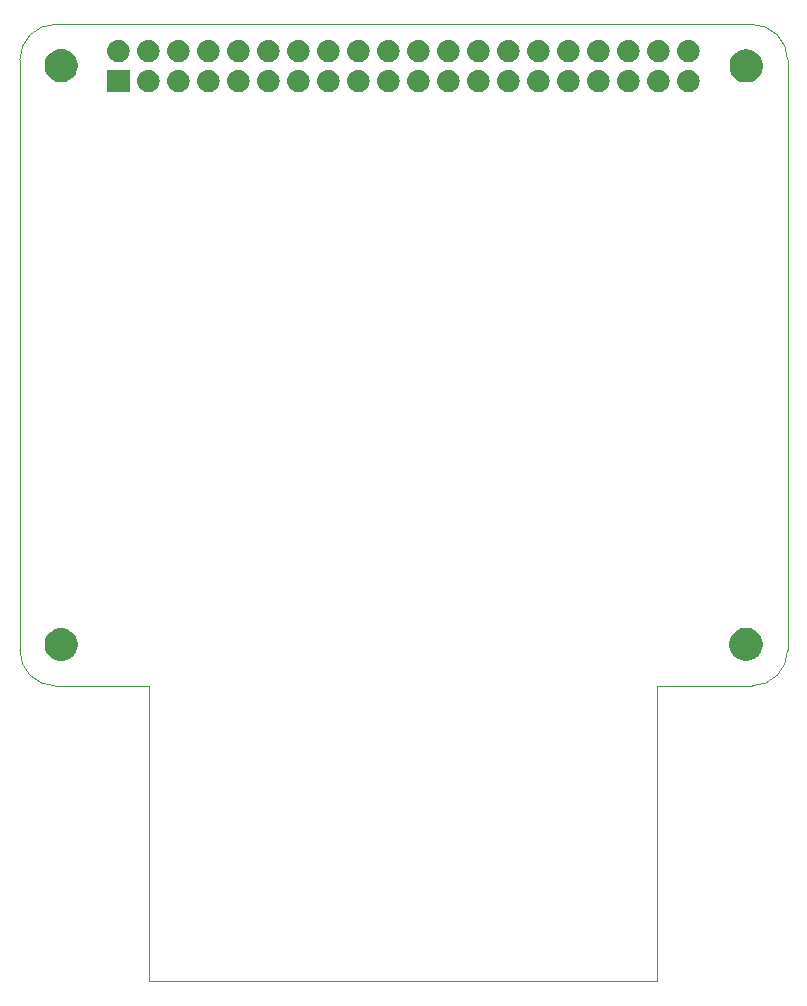
<source format=gbr>
G04 #@! TF.GenerationSoftware,KiCad,Pcbnew,5.0.2-bee76a0~70~ubuntu18.04.1*
G04 #@! TF.CreationDate,2019-08-06T12:18:04+01:00*
G04 #@! TF.ProjectId,LoRa-hat,4c6f5261-2d68-4617-942e-6b696361645f,rev?*
G04 #@! TF.SameCoordinates,Original*
G04 #@! TF.FileFunction,Soldermask,Bot*
G04 #@! TF.FilePolarity,Negative*
%FSLAX46Y46*%
G04 Gerber Fmt 4.6, Leading zero omitted, Abs format (unit mm)*
G04 Created by KiCad (PCBNEW 5.0.2-bee76a0~70~ubuntu18.04.1) date Tue 06 Aug 2019 12:18:04 BST*
%MOMM*%
%LPD*%
G01*
G04 APERTURE LIST*
%ADD10C,0.100000*%
G04 APERTURE END LIST*
D10*
X89500000Y-116820000D02*
X89500000Y-141840000D01*
X132500000Y-141850000D02*
X89500000Y-141840000D01*
X132500000Y-116830000D02*
X132500000Y-141850000D01*
X132500000Y-116830000D02*
X140546356Y-116830000D01*
X81530000Y-116820000D02*
X89500000Y-116820000D01*
X81546356Y-116817611D02*
G75*
G02X78546356Y-113817611I0J3000000D01*
G01*
X143546351Y-113822847D02*
G75*
G02X140546356Y-116817611I-2999995J5236D01*
G01*
X78546356Y-63817611D02*
X78546356Y-113817611D01*
X78546356Y-63817611D02*
G75*
G02X81546356Y-60817611I3000000J0D01*
G01*
X140546356Y-60817611D02*
X81546356Y-60817611D01*
X140546356Y-60817611D02*
G75*
G02X143546356Y-63817611I0J-3000000D01*
G01*
X143546356Y-113817611D02*
X143546356Y-63817611D01*
G36*
X82313126Y-111946900D02*
X82448365Y-111973801D01*
X82628523Y-112048425D01*
X82679005Y-112069335D01*
X82703149Y-112079336D01*
X82917482Y-112222549D01*
X82932451Y-112232551D01*
X83127449Y-112427549D01*
X83127451Y-112427552D01*
X83280664Y-112656851D01*
X83382057Y-112901635D01*
X83386199Y-112911636D01*
X83440000Y-113182111D01*
X83440000Y-113457889D01*
X83386199Y-113728364D01*
X83280665Y-113983147D01*
X83127449Y-114212451D01*
X82932451Y-114407449D01*
X82932448Y-114407451D01*
X82703149Y-114560664D01*
X82448365Y-114666199D01*
X82313127Y-114693099D01*
X82177889Y-114720000D01*
X81902111Y-114720000D01*
X81766873Y-114693099D01*
X81631635Y-114666199D01*
X81376851Y-114560664D01*
X81147552Y-114407451D01*
X81147549Y-114407449D01*
X80952551Y-114212451D01*
X80799335Y-113983147D01*
X80693801Y-113728364D01*
X80640000Y-113457889D01*
X80640000Y-113182111D01*
X80693801Y-112911636D01*
X80697944Y-112901635D01*
X80799336Y-112656851D01*
X80952549Y-112427552D01*
X80952551Y-112427549D01*
X81147549Y-112232551D01*
X81162518Y-112222549D01*
X81376851Y-112079336D01*
X81400996Y-112069335D01*
X81451477Y-112048425D01*
X81631635Y-111973801D01*
X81766874Y-111946900D01*
X81902111Y-111920000D01*
X82177889Y-111920000D01*
X82313126Y-111946900D01*
X82313126Y-111946900D01*
G37*
G36*
X140218162Y-111920000D02*
X140438365Y-111963801D01*
X140693149Y-112069336D01*
X140708115Y-112079336D01*
X140922451Y-112222551D01*
X141117449Y-112417549D01*
X141117451Y-112417552D01*
X141270664Y-112646851D01*
X141376199Y-112901635D01*
X141430000Y-113172112D01*
X141430000Y-113447888D01*
X141376199Y-113718365D01*
X141270664Y-113973149D01*
X141263982Y-113983149D01*
X141117449Y-114202451D01*
X140922451Y-114397449D01*
X140922448Y-114397451D01*
X140693149Y-114550664D01*
X140693148Y-114550665D01*
X140693147Y-114550665D01*
X140618523Y-114581575D01*
X140438365Y-114656199D01*
X140388091Y-114666199D01*
X140167889Y-114710000D01*
X139892111Y-114710000D01*
X139671909Y-114666199D01*
X139621635Y-114656199D01*
X139441477Y-114581575D01*
X139366853Y-114550665D01*
X139366852Y-114550665D01*
X139366851Y-114550664D01*
X139137552Y-114397451D01*
X139137549Y-114397449D01*
X138942551Y-114202451D01*
X138796018Y-113983149D01*
X138789336Y-113973149D01*
X138683801Y-113718365D01*
X138630000Y-113447888D01*
X138630000Y-113172112D01*
X138683801Y-112901635D01*
X138789336Y-112646851D01*
X138942549Y-112417552D01*
X138942551Y-112417549D01*
X139137549Y-112222551D01*
X139351885Y-112079336D01*
X139366851Y-112069336D01*
X139621635Y-111963801D01*
X139841838Y-111920000D01*
X139892111Y-111910000D01*
X140167889Y-111910000D01*
X140218162Y-111920000D01*
X140218162Y-111920000D01*
G37*
G36*
X127646448Y-64666873D02*
X127716232Y-64673746D01*
X127805770Y-64700907D01*
X127895309Y-64728068D01*
X128060347Y-64816283D01*
X128205001Y-64934999D01*
X128323717Y-65079653D01*
X128411932Y-65244691D01*
X128411932Y-65244692D01*
X128464338Y-65417451D01*
X128466254Y-65423769D01*
X128484596Y-65610000D01*
X128466254Y-65796231D01*
X128411932Y-65975309D01*
X128323717Y-66140347D01*
X128205001Y-66285001D01*
X128060347Y-66403717D01*
X127895309Y-66491932D01*
X127805770Y-66519093D01*
X127716232Y-66546254D01*
X127646448Y-66553127D01*
X127576666Y-66560000D01*
X127483334Y-66560000D01*
X127413552Y-66553127D01*
X127343768Y-66546254D01*
X127254230Y-66519093D01*
X127164691Y-66491932D01*
X126999653Y-66403717D01*
X126854999Y-66285001D01*
X126736283Y-66140347D01*
X126648068Y-65975309D01*
X126593746Y-65796231D01*
X126575404Y-65610000D01*
X126593746Y-65423769D01*
X126595663Y-65417451D01*
X126648068Y-65244692D01*
X126648068Y-65244691D01*
X126736283Y-65079653D01*
X126854999Y-64934999D01*
X126999653Y-64816283D01*
X127164691Y-64728068D01*
X127254230Y-64700907D01*
X127343768Y-64673746D01*
X127413552Y-64666873D01*
X127483334Y-64660000D01*
X127576666Y-64660000D01*
X127646448Y-64666873D01*
X127646448Y-64666873D01*
G37*
G36*
X132726448Y-64666873D02*
X132796232Y-64673746D01*
X132885770Y-64700907D01*
X132975309Y-64728068D01*
X133140347Y-64816283D01*
X133285001Y-64934999D01*
X133403717Y-65079653D01*
X133491932Y-65244691D01*
X133491932Y-65244692D01*
X133544338Y-65417451D01*
X133546254Y-65423769D01*
X133564596Y-65610000D01*
X133546254Y-65796231D01*
X133491932Y-65975309D01*
X133403717Y-66140347D01*
X133285001Y-66285001D01*
X133140347Y-66403717D01*
X132975309Y-66491932D01*
X132885770Y-66519093D01*
X132796232Y-66546254D01*
X132726448Y-66553127D01*
X132656666Y-66560000D01*
X132563334Y-66560000D01*
X132493552Y-66553127D01*
X132423768Y-66546254D01*
X132334230Y-66519093D01*
X132244691Y-66491932D01*
X132079653Y-66403717D01*
X131934999Y-66285001D01*
X131816283Y-66140347D01*
X131728068Y-65975309D01*
X131673746Y-65796231D01*
X131655404Y-65610000D01*
X131673746Y-65423769D01*
X131675663Y-65417451D01*
X131728068Y-65244692D01*
X131728068Y-65244691D01*
X131816283Y-65079653D01*
X131934999Y-64934999D01*
X132079653Y-64816283D01*
X132244691Y-64728068D01*
X132334230Y-64700907D01*
X132423768Y-64673746D01*
X132493552Y-64666873D01*
X132563334Y-64660000D01*
X132656666Y-64660000D01*
X132726448Y-64666873D01*
X132726448Y-64666873D01*
G37*
G36*
X135266448Y-64666873D02*
X135336232Y-64673746D01*
X135425770Y-64700907D01*
X135515309Y-64728068D01*
X135680347Y-64816283D01*
X135825001Y-64934999D01*
X135943717Y-65079653D01*
X136031932Y-65244691D01*
X136031932Y-65244692D01*
X136084338Y-65417451D01*
X136086254Y-65423769D01*
X136104596Y-65610000D01*
X136086254Y-65796231D01*
X136031932Y-65975309D01*
X135943717Y-66140347D01*
X135825001Y-66285001D01*
X135680347Y-66403717D01*
X135515309Y-66491932D01*
X135425770Y-66519093D01*
X135336232Y-66546254D01*
X135266448Y-66553127D01*
X135196666Y-66560000D01*
X135103334Y-66560000D01*
X135033552Y-66553127D01*
X134963768Y-66546254D01*
X134874230Y-66519093D01*
X134784691Y-66491932D01*
X134619653Y-66403717D01*
X134474999Y-66285001D01*
X134356283Y-66140347D01*
X134268068Y-65975309D01*
X134213746Y-65796231D01*
X134195404Y-65610000D01*
X134213746Y-65423769D01*
X134215663Y-65417451D01*
X134268068Y-65244692D01*
X134268068Y-65244691D01*
X134356283Y-65079653D01*
X134474999Y-64934999D01*
X134619653Y-64816283D01*
X134784691Y-64728068D01*
X134874230Y-64700907D01*
X134963768Y-64673746D01*
X135033552Y-64666873D01*
X135103334Y-64660000D01*
X135196666Y-64660000D01*
X135266448Y-64666873D01*
X135266448Y-64666873D01*
G37*
G36*
X87840000Y-66560000D02*
X85940000Y-66560000D01*
X85940000Y-64660000D01*
X87840000Y-64660000D01*
X87840000Y-66560000D01*
X87840000Y-66560000D01*
G37*
G36*
X89546448Y-64666873D02*
X89616232Y-64673746D01*
X89705770Y-64700907D01*
X89795309Y-64728068D01*
X89960347Y-64816283D01*
X90105001Y-64934999D01*
X90223717Y-65079653D01*
X90311932Y-65244691D01*
X90311932Y-65244692D01*
X90364338Y-65417451D01*
X90366254Y-65423769D01*
X90384596Y-65610000D01*
X90366254Y-65796231D01*
X90311932Y-65975309D01*
X90223717Y-66140347D01*
X90105001Y-66285001D01*
X89960347Y-66403717D01*
X89795309Y-66491932D01*
X89705770Y-66519093D01*
X89616232Y-66546254D01*
X89546448Y-66553127D01*
X89476666Y-66560000D01*
X89383334Y-66560000D01*
X89313552Y-66553127D01*
X89243768Y-66546254D01*
X89154230Y-66519093D01*
X89064691Y-66491932D01*
X88899653Y-66403717D01*
X88754999Y-66285001D01*
X88636283Y-66140347D01*
X88548068Y-65975309D01*
X88493746Y-65796231D01*
X88475404Y-65610000D01*
X88493746Y-65423769D01*
X88495663Y-65417451D01*
X88548068Y-65244692D01*
X88548068Y-65244691D01*
X88636283Y-65079653D01*
X88754999Y-64934999D01*
X88899653Y-64816283D01*
X89064691Y-64728068D01*
X89154230Y-64700907D01*
X89243768Y-64673746D01*
X89313552Y-64666873D01*
X89383334Y-64660000D01*
X89476666Y-64660000D01*
X89546448Y-64666873D01*
X89546448Y-64666873D01*
G37*
G36*
X92086448Y-64666873D02*
X92156232Y-64673746D01*
X92245770Y-64700907D01*
X92335309Y-64728068D01*
X92500347Y-64816283D01*
X92645001Y-64934999D01*
X92763717Y-65079653D01*
X92851932Y-65244691D01*
X92851932Y-65244692D01*
X92904338Y-65417451D01*
X92906254Y-65423769D01*
X92924596Y-65610000D01*
X92906254Y-65796231D01*
X92851932Y-65975309D01*
X92763717Y-66140347D01*
X92645001Y-66285001D01*
X92500347Y-66403717D01*
X92335309Y-66491932D01*
X92245770Y-66519093D01*
X92156232Y-66546254D01*
X92086448Y-66553127D01*
X92016666Y-66560000D01*
X91923334Y-66560000D01*
X91853552Y-66553127D01*
X91783768Y-66546254D01*
X91694230Y-66519093D01*
X91604691Y-66491932D01*
X91439653Y-66403717D01*
X91294999Y-66285001D01*
X91176283Y-66140347D01*
X91088068Y-65975309D01*
X91033746Y-65796231D01*
X91015404Y-65610000D01*
X91033746Y-65423769D01*
X91035663Y-65417451D01*
X91088068Y-65244692D01*
X91088068Y-65244691D01*
X91176283Y-65079653D01*
X91294999Y-64934999D01*
X91439653Y-64816283D01*
X91604691Y-64728068D01*
X91694230Y-64700907D01*
X91783768Y-64673746D01*
X91853552Y-64666873D01*
X91923334Y-64660000D01*
X92016666Y-64660000D01*
X92086448Y-64666873D01*
X92086448Y-64666873D01*
G37*
G36*
X94626448Y-64666873D02*
X94696232Y-64673746D01*
X94785770Y-64700907D01*
X94875309Y-64728068D01*
X95040347Y-64816283D01*
X95185001Y-64934999D01*
X95303717Y-65079653D01*
X95391932Y-65244691D01*
X95391932Y-65244692D01*
X95444338Y-65417451D01*
X95446254Y-65423769D01*
X95464596Y-65610000D01*
X95446254Y-65796231D01*
X95391932Y-65975309D01*
X95303717Y-66140347D01*
X95185001Y-66285001D01*
X95040347Y-66403717D01*
X94875309Y-66491932D01*
X94785770Y-66519093D01*
X94696232Y-66546254D01*
X94626448Y-66553127D01*
X94556666Y-66560000D01*
X94463334Y-66560000D01*
X94393552Y-66553127D01*
X94323768Y-66546254D01*
X94234230Y-66519093D01*
X94144691Y-66491932D01*
X93979653Y-66403717D01*
X93834999Y-66285001D01*
X93716283Y-66140347D01*
X93628068Y-65975309D01*
X93573746Y-65796231D01*
X93555404Y-65610000D01*
X93573746Y-65423769D01*
X93575663Y-65417451D01*
X93628068Y-65244692D01*
X93628068Y-65244691D01*
X93716283Y-65079653D01*
X93834999Y-64934999D01*
X93979653Y-64816283D01*
X94144691Y-64728068D01*
X94234230Y-64700907D01*
X94323768Y-64673746D01*
X94393552Y-64666873D01*
X94463334Y-64660000D01*
X94556666Y-64660000D01*
X94626448Y-64666873D01*
X94626448Y-64666873D01*
G37*
G36*
X97166448Y-64666873D02*
X97236232Y-64673746D01*
X97325770Y-64700907D01*
X97415309Y-64728068D01*
X97580347Y-64816283D01*
X97725001Y-64934999D01*
X97843717Y-65079653D01*
X97931932Y-65244691D01*
X97931932Y-65244692D01*
X97984338Y-65417451D01*
X97986254Y-65423769D01*
X98004596Y-65610000D01*
X97986254Y-65796231D01*
X97931932Y-65975309D01*
X97843717Y-66140347D01*
X97725001Y-66285001D01*
X97580347Y-66403717D01*
X97415309Y-66491932D01*
X97325770Y-66519093D01*
X97236232Y-66546254D01*
X97166448Y-66553127D01*
X97096666Y-66560000D01*
X97003334Y-66560000D01*
X96933552Y-66553127D01*
X96863768Y-66546254D01*
X96774230Y-66519093D01*
X96684691Y-66491932D01*
X96519653Y-66403717D01*
X96374999Y-66285001D01*
X96256283Y-66140347D01*
X96168068Y-65975309D01*
X96113746Y-65796231D01*
X96095404Y-65610000D01*
X96113746Y-65423769D01*
X96115663Y-65417451D01*
X96168068Y-65244692D01*
X96168068Y-65244691D01*
X96256283Y-65079653D01*
X96374999Y-64934999D01*
X96519653Y-64816283D01*
X96684691Y-64728068D01*
X96774230Y-64700907D01*
X96863768Y-64673746D01*
X96933552Y-64666873D01*
X97003334Y-64660000D01*
X97096666Y-64660000D01*
X97166448Y-64666873D01*
X97166448Y-64666873D01*
G37*
G36*
X99706448Y-64666873D02*
X99776232Y-64673746D01*
X99865770Y-64700907D01*
X99955309Y-64728068D01*
X100120347Y-64816283D01*
X100265001Y-64934999D01*
X100383717Y-65079653D01*
X100471932Y-65244691D01*
X100471932Y-65244692D01*
X100524338Y-65417451D01*
X100526254Y-65423769D01*
X100544596Y-65610000D01*
X100526254Y-65796231D01*
X100471932Y-65975309D01*
X100383717Y-66140347D01*
X100265001Y-66285001D01*
X100120347Y-66403717D01*
X99955309Y-66491932D01*
X99865770Y-66519093D01*
X99776232Y-66546254D01*
X99706448Y-66553127D01*
X99636666Y-66560000D01*
X99543334Y-66560000D01*
X99473552Y-66553127D01*
X99403768Y-66546254D01*
X99314230Y-66519093D01*
X99224691Y-66491932D01*
X99059653Y-66403717D01*
X98914999Y-66285001D01*
X98796283Y-66140347D01*
X98708068Y-65975309D01*
X98653746Y-65796231D01*
X98635404Y-65610000D01*
X98653746Y-65423769D01*
X98655663Y-65417451D01*
X98708068Y-65244692D01*
X98708068Y-65244691D01*
X98796283Y-65079653D01*
X98914999Y-64934999D01*
X99059653Y-64816283D01*
X99224691Y-64728068D01*
X99314230Y-64700907D01*
X99403768Y-64673746D01*
X99473552Y-64666873D01*
X99543334Y-64660000D01*
X99636666Y-64660000D01*
X99706448Y-64666873D01*
X99706448Y-64666873D01*
G37*
G36*
X130186448Y-64666873D02*
X130256232Y-64673746D01*
X130345770Y-64700907D01*
X130435309Y-64728068D01*
X130600347Y-64816283D01*
X130745001Y-64934999D01*
X130863717Y-65079653D01*
X130951932Y-65244691D01*
X130951932Y-65244692D01*
X131004338Y-65417451D01*
X131006254Y-65423769D01*
X131024596Y-65610000D01*
X131006254Y-65796231D01*
X130951932Y-65975309D01*
X130863717Y-66140347D01*
X130745001Y-66285001D01*
X130600347Y-66403717D01*
X130435309Y-66491932D01*
X130345770Y-66519093D01*
X130256232Y-66546254D01*
X130186448Y-66553127D01*
X130116666Y-66560000D01*
X130023334Y-66560000D01*
X129953552Y-66553127D01*
X129883768Y-66546254D01*
X129794230Y-66519093D01*
X129704691Y-66491932D01*
X129539653Y-66403717D01*
X129394999Y-66285001D01*
X129276283Y-66140347D01*
X129188068Y-65975309D01*
X129133746Y-65796231D01*
X129115404Y-65610000D01*
X129133746Y-65423769D01*
X129135663Y-65417451D01*
X129188068Y-65244692D01*
X129188068Y-65244691D01*
X129276283Y-65079653D01*
X129394999Y-64934999D01*
X129539653Y-64816283D01*
X129704691Y-64728068D01*
X129794230Y-64700907D01*
X129883768Y-64673746D01*
X129953552Y-64666873D01*
X130023334Y-64660000D01*
X130116666Y-64660000D01*
X130186448Y-64666873D01*
X130186448Y-64666873D01*
G37*
G36*
X104786448Y-64666873D02*
X104856232Y-64673746D01*
X104945770Y-64700907D01*
X105035309Y-64728068D01*
X105200347Y-64816283D01*
X105345001Y-64934999D01*
X105463717Y-65079653D01*
X105551932Y-65244691D01*
X105551932Y-65244692D01*
X105604338Y-65417451D01*
X105606254Y-65423769D01*
X105624596Y-65610000D01*
X105606254Y-65796231D01*
X105551932Y-65975309D01*
X105463717Y-66140347D01*
X105345001Y-66285001D01*
X105200347Y-66403717D01*
X105035309Y-66491932D01*
X104945770Y-66519093D01*
X104856232Y-66546254D01*
X104786448Y-66553127D01*
X104716666Y-66560000D01*
X104623334Y-66560000D01*
X104553552Y-66553127D01*
X104483768Y-66546254D01*
X104394230Y-66519093D01*
X104304691Y-66491932D01*
X104139653Y-66403717D01*
X103994999Y-66285001D01*
X103876283Y-66140347D01*
X103788068Y-65975309D01*
X103733746Y-65796231D01*
X103715404Y-65610000D01*
X103733746Y-65423769D01*
X103735663Y-65417451D01*
X103788068Y-65244692D01*
X103788068Y-65244691D01*
X103876283Y-65079653D01*
X103994999Y-64934999D01*
X104139653Y-64816283D01*
X104304691Y-64728068D01*
X104394230Y-64700907D01*
X104483768Y-64673746D01*
X104553552Y-64666873D01*
X104623334Y-64660000D01*
X104716666Y-64660000D01*
X104786448Y-64666873D01*
X104786448Y-64666873D01*
G37*
G36*
X107326448Y-64666873D02*
X107396232Y-64673746D01*
X107485770Y-64700907D01*
X107575309Y-64728068D01*
X107740347Y-64816283D01*
X107885001Y-64934999D01*
X108003717Y-65079653D01*
X108091932Y-65244691D01*
X108091932Y-65244692D01*
X108144338Y-65417451D01*
X108146254Y-65423769D01*
X108164596Y-65610000D01*
X108146254Y-65796231D01*
X108091932Y-65975309D01*
X108003717Y-66140347D01*
X107885001Y-66285001D01*
X107740347Y-66403717D01*
X107575309Y-66491932D01*
X107485770Y-66519093D01*
X107396232Y-66546254D01*
X107326448Y-66553127D01*
X107256666Y-66560000D01*
X107163334Y-66560000D01*
X107093552Y-66553127D01*
X107023768Y-66546254D01*
X106934230Y-66519093D01*
X106844691Y-66491932D01*
X106679653Y-66403717D01*
X106534999Y-66285001D01*
X106416283Y-66140347D01*
X106328068Y-65975309D01*
X106273746Y-65796231D01*
X106255404Y-65610000D01*
X106273746Y-65423769D01*
X106275663Y-65417451D01*
X106328068Y-65244692D01*
X106328068Y-65244691D01*
X106416283Y-65079653D01*
X106534999Y-64934999D01*
X106679653Y-64816283D01*
X106844691Y-64728068D01*
X106934230Y-64700907D01*
X107023768Y-64673746D01*
X107093552Y-64666873D01*
X107163334Y-64660000D01*
X107256666Y-64660000D01*
X107326448Y-64666873D01*
X107326448Y-64666873D01*
G37*
G36*
X109866448Y-64666873D02*
X109936232Y-64673746D01*
X110025770Y-64700907D01*
X110115309Y-64728068D01*
X110280347Y-64816283D01*
X110425001Y-64934999D01*
X110543717Y-65079653D01*
X110631932Y-65244691D01*
X110631932Y-65244692D01*
X110684338Y-65417451D01*
X110686254Y-65423769D01*
X110704596Y-65610000D01*
X110686254Y-65796231D01*
X110631932Y-65975309D01*
X110543717Y-66140347D01*
X110425001Y-66285001D01*
X110280347Y-66403717D01*
X110115309Y-66491932D01*
X110025770Y-66519093D01*
X109936232Y-66546254D01*
X109866448Y-66553127D01*
X109796666Y-66560000D01*
X109703334Y-66560000D01*
X109633552Y-66553127D01*
X109563768Y-66546254D01*
X109474230Y-66519093D01*
X109384691Y-66491932D01*
X109219653Y-66403717D01*
X109074999Y-66285001D01*
X108956283Y-66140347D01*
X108868068Y-65975309D01*
X108813746Y-65796231D01*
X108795404Y-65610000D01*
X108813746Y-65423769D01*
X108815663Y-65417451D01*
X108868068Y-65244692D01*
X108868068Y-65244691D01*
X108956283Y-65079653D01*
X109074999Y-64934999D01*
X109219653Y-64816283D01*
X109384691Y-64728068D01*
X109474230Y-64700907D01*
X109563768Y-64673746D01*
X109633552Y-64666873D01*
X109703334Y-64660000D01*
X109796666Y-64660000D01*
X109866448Y-64666873D01*
X109866448Y-64666873D01*
G37*
G36*
X112406448Y-64666873D02*
X112476232Y-64673746D01*
X112565770Y-64700907D01*
X112655309Y-64728068D01*
X112820347Y-64816283D01*
X112965001Y-64934999D01*
X113083717Y-65079653D01*
X113171932Y-65244691D01*
X113171932Y-65244692D01*
X113224338Y-65417451D01*
X113226254Y-65423769D01*
X113244596Y-65610000D01*
X113226254Y-65796231D01*
X113171932Y-65975309D01*
X113083717Y-66140347D01*
X112965001Y-66285001D01*
X112820347Y-66403717D01*
X112655309Y-66491932D01*
X112565770Y-66519093D01*
X112476232Y-66546254D01*
X112406448Y-66553127D01*
X112336666Y-66560000D01*
X112243334Y-66560000D01*
X112173552Y-66553127D01*
X112103768Y-66546254D01*
X112014230Y-66519093D01*
X111924691Y-66491932D01*
X111759653Y-66403717D01*
X111614999Y-66285001D01*
X111496283Y-66140347D01*
X111408068Y-65975309D01*
X111353746Y-65796231D01*
X111335404Y-65610000D01*
X111353746Y-65423769D01*
X111355663Y-65417451D01*
X111408068Y-65244692D01*
X111408068Y-65244691D01*
X111496283Y-65079653D01*
X111614999Y-64934999D01*
X111759653Y-64816283D01*
X111924691Y-64728068D01*
X112014230Y-64700907D01*
X112103768Y-64673746D01*
X112173552Y-64666873D01*
X112243334Y-64660000D01*
X112336666Y-64660000D01*
X112406448Y-64666873D01*
X112406448Y-64666873D01*
G37*
G36*
X114946448Y-64666873D02*
X115016232Y-64673746D01*
X115105770Y-64700907D01*
X115195309Y-64728068D01*
X115360347Y-64816283D01*
X115505001Y-64934999D01*
X115623717Y-65079653D01*
X115711932Y-65244691D01*
X115711932Y-65244692D01*
X115764338Y-65417451D01*
X115766254Y-65423769D01*
X115784596Y-65610000D01*
X115766254Y-65796231D01*
X115711932Y-65975309D01*
X115623717Y-66140347D01*
X115505001Y-66285001D01*
X115360347Y-66403717D01*
X115195309Y-66491932D01*
X115105770Y-66519093D01*
X115016232Y-66546254D01*
X114946448Y-66553127D01*
X114876666Y-66560000D01*
X114783334Y-66560000D01*
X114713552Y-66553127D01*
X114643768Y-66546254D01*
X114554230Y-66519093D01*
X114464691Y-66491932D01*
X114299653Y-66403717D01*
X114154999Y-66285001D01*
X114036283Y-66140347D01*
X113948068Y-65975309D01*
X113893746Y-65796231D01*
X113875404Y-65610000D01*
X113893746Y-65423769D01*
X113895663Y-65417451D01*
X113948068Y-65244692D01*
X113948068Y-65244691D01*
X114036283Y-65079653D01*
X114154999Y-64934999D01*
X114299653Y-64816283D01*
X114464691Y-64728068D01*
X114554230Y-64700907D01*
X114643768Y-64673746D01*
X114713552Y-64666873D01*
X114783334Y-64660000D01*
X114876666Y-64660000D01*
X114946448Y-64666873D01*
X114946448Y-64666873D01*
G37*
G36*
X117486448Y-64666873D02*
X117556232Y-64673746D01*
X117645770Y-64700907D01*
X117735309Y-64728068D01*
X117900347Y-64816283D01*
X118045001Y-64934999D01*
X118163717Y-65079653D01*
X118251932Y-65244691D01*
X118251932Y-65244692D01*
X118304338Y-65417451D01*
X118306254Y-65423769D01*
X118324596Y-65610000D01*
X118306254Y-65796231D01*
X118251932Y-65975309D01*
X118163717Y-66140347D01*
X118045001Y-66285001D01*
X117900347Y-66403717D01*
X117735309Y-66491932D01*
X117645770Y-66519093D01*
X117556232Y-66546254D01*
X117486448Y-66553127D01*
X117416666Y-66560000D01*
X117323334Y-66560000D01*
X117253552Y-66553127D01*
X117183768Y-66546254D01*
X117094230Y-66519093D01*
X117004691Y-66491932D01*
X116839653Y-66403717D01*
X116694999Y-66285001D01*
X116576283Y-66140347D01*
X116488068Y-65975309D01*
X116433746Y-65796231D01*
X116415404Y-65610000D01*
X116433746Y-65423769D01*
X116435663Y-65417451D01*
X116488068Y-65244692D01*
X116488068Y-65244691D01*
X116576283Y-65079653D01*
X116694999Y-64934999D01*
X116839653Y-64816283D01*
X117004691Y-64728068D01*
X117094230Y-64700907D01*
X117183768Y-64673746D01*
X117253552Y-64666873D01*
X117323334Y-64660000D01*
X117416666Y-64660000D01*
X117486448Y-64666873D01*
X117486448Y-64666873D01*
G37*
G36*
X120026448Y-64666873D02*
X120096232Y-64673746D01*
X120185770Y-64700907D01*
X120275309Y-64728068D01*
X120440347Y-64816283D01*
X120585001Y-64934999D01*
X120703717Y-65079653D01*
X120791932Y-65244691D01*
X120791932Y-65244692D01*
X120844338Y-65417451D01*
X120846254Y-65423769D01*
X120864596Y-65610000D01*
X120846254Y-65796231D01*
X120791932Y-65975309D01*
X120703717Y-66140347D01*
X120585001Y-66285001D01*
X120440347Y-66403717D01*
X120275309Y-66491932D01*
X120185770Y-66519093D01*
X120096232Y-66546254D01*
X120026448Y-66553127D01*
X119956666Y-66560000D01*
X119863334Y-66560000D01*
X119793552Y-66553127D01*
X119723768Y-66546254D01*
X119634230Y-66519093D01*
X119544691Y-66491932D01*
X119379653Y-66403717D01*
X119234999Y-66285001D01*
X119116283Y-66140347D01*
X119028068Y-65975309D01*
X118973746Y-65796231D01*
X118955404Y-65610000D01*
X118973746Y-65423769D01*
X118975663Y-65417451D01*
X119028068Y-65244692D01*
X119028068Y-65244691D01*
X119116283Y-65079653D01*
X119234999Y-64934999D01*
X119379653Y-64816283D01*
X119544691Y-64728068D01*
X119634230Y-64700907D01*
X119723768Y-64673746D01*
X119793552Y-64666873D01*
X119863334Y-64660000D01*
X119956666Y-64660000D01*
X120026448Y-64666873D01*
X120026448Y-64666873D01*
G37*
G36*
X122566448Y-64666873D02*
X122636232Y-64673746D01*
X122725770Y-64700907D01*
X122815309Y-64728068D01*
X122980347Y-64816283D01*
X123125001Y-64934999D01*
X123243717Y-65079653D01*
X123331932Y-65244691D01*
X123331932Y-65244692D01*
X123384338Y-65417451D01*
X123386254Y-65423769D01*
X123404596Y-65610000D01*
X123386254Y-65796231D01*
X123331932Y-65975309D01*
X123243717Y-66140347D01*
X123125001Y-66285001D01*
X122980347Y-66403717D01*
X122815309Y-66491932D01*
X122725770Y-66519093D01*
X122636232Y-66546254D01*
X122566448Y-66553127D01*
X122496666Y-66560000D01*
X122403334Y-66560000D01*
X122333552Y-66553127D01*
X122263768Y-66546254D01*
X122174230Y-66519093D01*
X122084691Y-66491932D01*
X121919653Y-66403717D01*
X121774999Y-66285001D01*
X121656283Y-66140347D01*
X121568068Y-65975309D01*
X121513746Y-65796231D01*
X121495404Y-65610000D01*
X121513746Y-65423769D01*
X121515663Y-65417451D01*
X121568068Y-65244692D01*
X121568068Y-65244691D01*
X121656283Y-65079653D01*
X121774999Y-64934999D01*
X121919653Y-64816283D01*
X122084691Y-64728068D01*
X122174230Y-64700907D01*
X122263768Y-64673746D01*
X122333552Y-64666873D01*
X122403334Y-64660000D01*
X122496666Y-64660000D01*
X122566448Y-64666873D01*
X122566448Y-64666873D01*
G37*
G36*
X125106448Y-64666873D02*
X125176232Y-64673746D01*
X125265770Y-64700907D01*
X125355309Y-64728068D01*
X125520347Y-64816283D01*
X125665001Y-64934999D01*
X125783717Y-65079653D01*
X125871932Y-65244691D01*
X125871932Y-65244692D01*
X125924338Y-65417451D01*
X125926254Y-65423769D01*
X125944596Y-65610000D01*
X125926254Y-65796231D01*
X125871932Y-65975309D01*
X125783717Y-66140347D01*
X125665001Y-66285001D01*
X125520347Y-66403717D01*
X125355309Y-66491932D01*
X125265770Y-66519093D01*
X125176232Y-66546254D01*
X125106448Y-66553127D01*
X125036666Y-66560000D01*
X124943334Y-66560000D01*
X124873552Y-66553127D01*
X124803768Y-66546254D01*
X124714230Y-66519093D01*
X124624691Y-66491932D01*
X124459653Y-66403717D01*
X124314999Y-66285001D01*
X124196283Y-66140347D01*
X124108068Y-65975309D01*
X124053746Y-65796231D01*
X124035404Y-65610000D01*
X124053746Y-65423769D01*
X124055663Y-65417451D01*
X124108068Y-65244692D01*
X124108068Y-65244691D01*
X124196283Y-65079653D01*
X124314999Y-64934999D01*
X124459653Y-64816283D01*
X124624691Y-64728068D01*
X124714230Y-64700907D01*
X124803768Y-64673746D01*
X124873552Y-64666873D01*
X124943334Y-64660000D01*
X125036666Y-64660000D01*
X125106448Y-64666873D01*
X125106448Y-64666873D01*
G37*
G36*
X102246448Y-64666873D02*
X102316232Y-64673746D01*
X102405770Y-64700907D01*
X102495309Y-64728068D01*
X102660347Y-64816283D01*
X102805001Y-64934999D01*
X102923717Y-65079653D01*
X103011932Y-65244691D01*
X103011932Y-65244692D01*
X103064338Y-65417451D01*
X103066254Y-65423769D01*
X103084596Y-65610000D01*
X103066254Y-65796231D01*
X103011932Y-65975309D01*
X102923717Y-66140347D01*
X102805001Y-66285001D01*
X102660347Y-66403717D01*
X102495309Y-66491932D01*
X102405770Y-66519093D01*
X102316232Y-66546254D01*
X102246448Y-66553127D01*
X102176666Y-66560000D01*
X102083334Y-66560000D01*
X102013552Y-66553127D01*
X101943768Y-66546254D01*
X101854230Y-66519093D01*
X101764691Y-66491932D01*
X101599653Y-66403717D01*
X101454999Y-66285001D01*
X101336283Y-66140347D01*
X101248068Y-65975309D01*
X101193746Y-65796231D01*
X101175404Y-65610000D01*
X101193746Y-65423769D01*
X101195663Y-65417451D01*
X101248068Y-65244692D01*
X101248068Y-65244691D01*
X101336283Y-65079653D01*
X101454999Y-64934999D01*
X101599653Y-64816283D01*
X101764691Y-64728068D01*
X101854230Y-64700907D01*
X101943768Y-64673746D01*
X102013552Y-64666873D01*
X102083334Y-64660000D01*
X102176666Y-64660000D01*
X102246448Y-64666873D01*
X102246448Y-64666873D01*
G37*
G36*
X140313126Y-62956900D02*
X140448365Y-62983801D01*
X140703149Y-63089336D01*
X140902516Y-63222549D01*
X140932451Y-63242551D01*
X141127449Y-63437549D01*
X141127451Y-63437552D01*
X141280664Y-63666851D01*
X141386199Y-63921635D01*
X141440000Y-64192112D01*
X141440000Y-64467888D01*
X141386199Y-64738365D01*
X141353924Y-64816283D01*
X141280665Y-64993147D01*
X141127449Y-65222451D01*
X140932451Y-65417449D01*
X140932448Y-65417451D01*
X140703149Y-65570664D01*
X140448365Y-65676199D01*
X140313126Y-65703100D01*
X140177889Y-65730000D01*
X139902111Y-65730000D01*
X139766874Y-65703100D01*
X139631635Y-65676199D01*
X139376851Y-65570664D01*
X139147552Y-65417451D01*
X139147549Y-65417449D01*
X138952551Y-65222451D01*
X138799335Y-64993147D01*
X138726076Y-64816283D01*
X138693801Y-64738365D01*
X138640000Y-64467888D01*
X138640000Y-64192112D01*
X138693801Y-63921635D01*
X138799336Y-63666851D01*
X138952549Y-63437552D01*
X138952551Y-63437549D01*
X139147549Y-63242551D01*
X139177484Y-63222549D01*
X139376851Y-63089336D01*
X139631635Y-62983801D01*
X139766874Y-62956900D01*
X139902111Y-62930000D01*
X140177889Y-62930000D01*
X140313126Y-62956900D01*
X140313126Y-62956900D01*
G37*
G36*
X82278435Y-62930000D02*
X82448365Y-62963801D01*
X82703149Y-63069336D01*
X82733081Y-63089336D01*
X82932451Y-63222551D01*
X83127449Y-63417549D01*
X83127451Y-63417552D01*
X83280664Y-63646851D01*
X83386199Y-63901635D01*
X83440000Y-64172112D01*
X83440000Y-64447888D01*
X83386199Y-64718365D01*
X83280664Y-64973149D01*
X83267300Y-64993149D01*
X83127449Y-65202451D01*
X82932451Y-65397449D01*
X82932448Y-65397451D01*
X82703149Y-65550664D01*
X82448365Y-65656199D01*
X82347818Y-65676199D01*
X82177889Y-65710000D01*
X81902111Y-65710000D01*
X81732182Y-65676199D01*
X81631635Y-65656199D01*
X81376851Y-65550664D01*
X81147552Y-65397451D01*
X81147549Y-65397449D01*
X80952551Y-65202451D01*
X80812700Y-64993149D01*
X80799336Y-64973149D01*
X80693801Y-64718365D01*
X80640000Y-64447888D01*
X80640000Y-64172112D01*
X80693801Y-63901635D01*
X80799336Y-63646851D01*
X80952549Y-63417552D01*
X80952551Y-63417549D01*
X81147549Y-63222551D01*
X81346919Y-63089336D01*
X81376851Y-63069336D01*
X81631635Y-62963801D01*
X81801565Y-62930000D01*
X81902111Y-62910000D01*
X82177889Y-62910000D01*
X82278435Y-62930000D01*
X82278435Y-62930000D01*
G37*
G36*
X135266448Y-62126873D02*
X135336232Y-62133746D01*
X135425770Y-62160907D01*
X135515309Y-62188068D01*
X135680347Y-62276283D01*
X135825001Y-62394999D01*
X135943717Y-62539653D01*
X136031932Y-62704691D01*
X136086254Y-62883769D01*
X136104596Y-63070000D01*
X136086254Y-63256231D01*
X136031932Y-63435309D01*
X135943717Y-63600347D01*
X135825001Y-63745001D01*
X135680347Y-63863717D01*
X135515309Y-63951932D01*
X135425770Y-63979093D01*
X135336232Y-64006254D01*
X135266448Y-64013127D01*
X135196666Y-64020000D01*
X135103334Y-64020000D01*
X135033552Y-64013127D01*
X134963768Y-64006254D01*
X134874230Y-63979093D01*
X134784691Y-63951932D01*
X134619653Y-63863717D01*
X134474999Y-63745001D01*
X134356283Y-63600347D01*
X134268068Y-63435309D01*
X134213746Y-63256231D01*
X134195404Y-63070000D01*
X134213746Y-62883769D01*
X134268068Y-62704691D01*
X134356283Y-62539653D01*
X134474999Y-62394999D01*
X134619653Y-62276283D01*
X134784691Y-62188068D01*
X134874230Y-62160907D01*
X134963768Y-62133746D01*
X135033552Y-62126873D01*
X135103334Y-62120000D01*
X135196666Y-62120000D01*
X135266448Y-62126873D01*
X135266448Y-62126873D01*
G37*
G36*
X107326448Y-62126873D02*
X107396232Y-62133746D01*
X107485770Y-62160907D01*
X107575309Y-62188068D01*
X107740347Y-62276283D01*
X107885001Y-62394999D01*
X108003717Y-62539653D01*
X108091932Y-62704691D01*
X108146254Y-62883769D01*
X108164596Y-63070000D01*
X108146254Y-63256231D01*
X108091932Y-63435309D01*
X108003717Y-63600347D01*
X107885001Y-63745001D01*
X107740347Y-63863717D01*
X107575309Y-63951932D01*
X107485770Y-63979093D01*
X107396232Y-64006254D01*
X107326448Y-64013127D01*
X107256666Y-64020000D01*
X107163334Y-64020000D01*
X107093552Y-64013127D01*
X107023768Y-64006254D01*
X106934230Y-63979093D01*
X106844691Y-63951932D01*
X106679653Y-63863717D01*
X106534999Y-63745001D01*
X106416283Y-63600347D01*
X106328068Y-63435309D01*
X106273746Y-63256231D01*
X106255404Y-63070000D01*
X106273746Y-62883769D01*
X106328068Y-62704691D01*
X106416283Y-62539653D01*
X106534999Y-62394999D01*
X106679653Y-62276283D01*
X106844691Y-62188068D01*
X106934230Y-62160907D01*
X107023768Y-62133746D01*
X107093552Y-62126873D01*
X107163334Y-62120000D01*
X107256666Y-62120000D01*
X107326448Y-62126873D01*
X107326448Y-62126873D01*
G37*
G36*
X104786448Y-62126873D02*
X104856232Y-62133746D01*
X104945770Y-62160907D01*
X105035309Y-62188068D01*
X105200347Y-62276283D01*
X105345001Y-62394999D01*
X105463717Y-62539653D01*
X105551932Y-62704691D01*
X105606254Y-62883769D01*
X105624596Y-63070000D01*
X105606254Y-63256231D01*
X105551932Y-63435309D01*
X105463717Y-63600347D01*
X105345001Y-63745001D01*
X105200347Y-63863717D01*
X105035309Y-63951932D01*
X104945770Y-63979093D01*
X104856232Y-64006254D01*
X104786448Y-64013127D01*
X104716666Y-64020000D01*
X104623334Y-64020000D01*
X104553552Y-64013127D01*
X104483768Y-64006254D01*
X104394230Y-63979093D01*
X104304691Y-63951932D01*
X104139653Y-63863717D01*
X103994999Y-63745001D01*
X103876283Y-63600347D01*
X103788068Y-63435309D01*
X103733746Y-63256231D01*
X103715404Y-63070000D01*
X103733746Y-62883769D01*
X103788068Y-62704691D01*
X103876283Y-62539653D01*
X103994999Y-62394999D01*
X104139653Y-62276283D01*
X104304691Y-62188068D01*
X104394230Y-62160907D01*
X104483768Y-62133746D01*
X104553552Y-62126873D01*
X104623334Y-62120000D01*
X104716666Y-62120000D01*
X104786448Y-62126873D01*
X104786448Y-62126873D01*
G37*
G36*
X109866448Y-62126873D02*
X109936232Y-62133746D01*
X110025770Y-62160907D01*
X110115309Y-62188068D01*
X110280347Y-62276283D01*
X110425001Y-62394999D01*
X110543717Y-62539653D01*
X110631932Y-62704691D01*
X110686254Y-62883769D01*
X110704596Y-63070000D01*
X110686254Y-63256231D01*
X110631932Y-63435309D01*
X110543717Y-63600347D01*
X110425001Y-63745001D01*
X110280347Y-63863717D01*
X110115309Y-63951932D01*
X110025770Y-63979093D01*
X109936232Y-64006254D01*
X109866448Y-64013127D01*
X109796666Y-64020000D01*
X109703334Y-64020000D01*
X109633552Y-64013127D01*
X109563768Y-64006254D01*
X109474230Y-63979093D01*
X109384691Y-63951932D01*
X109219653Y-63863717D01*
X109074999Y-63745001D01*
X108956283Y-63600347D01*
X108868068Y-63435309D01*
X108813746Y-63256231D01*
X108795404Y-63070000D01*
X108813746Y-62883769D01*
X108868068Y-62704691D01*
X108956283Y-62539653D01*
X109074999Y-62394999D01*
X109219653Y-62276283D01*
X109384691Y-62188068D01*
X109474230Y-62160907D01*
X109563768Y-62133746D01*
X109633552Y-62126873D01*
X109703334Y-62120000D01*
X109796666Y-62120000D01*
X109866448Y-62126873D01*
X109866448Y-62126873D01*
G37*
G36*
X102246448Y-62126873D02*
X102316232Y-62133746D01*
X102405770Y-62160907D01*
X102495309Y-62188068D01*
X102660347Y-62276283D01*
X102805001Y-62394999D01*
X102923717Y-62539653D01*
X103011932Y-62704691D01*
X103066254Y-62883769D01*
X103084596Y-63070000D01*
X103066254Y-63256231D01*
X103011932Y-63435309D01*
X102923717Y-63600347D01*
X102805001Y-63745001D01*
X102660347Y-63863717D01*
X102495309Y-63951932D01*
X102405770Y-63979093D01*
X102316232Y-64006254D01*
X102246448Y-64013127D01*
X102176666Y-64020000D01*
X102083334Y-64020000D01*
X102013552Y-64013127D01*
X101943768Y-64006254D01*
X101854230Y-63979093D01*
X101764691Y-63951932D01*
X101599653Y-63863717D01*
X101454999Y-63745001D01*
X101336283Y-63600347D01*
X101248068Y-63435309D01*
X101193746Y-63256231D01*
X101175404Y-63070000D01*
X101193746Y-62883769D01*
X101248068Y-62704691D01*
X101336283Y-62539653D01*
X101454999Y-62394999D01*
X101599653Y-62276283D01*
X101764691Y-62188068D01*
X101854230Y-62160907D01*
X101943768Y-62133746D01*
X102013552Y-62126873D01*
X102083334Y-62120000D01*
X102176666Y-62120000D01*
X102246448Y-62126873D01*
X102246448Y-62126873D01*
G37*
G36*
X99706448Y-62126873D02*
X99776232Y-62133746D01*
X99865770Y-62160907D01*
X99955309Y-62188068D01*
X100120347Y-62276283D01*
X100265001Y-62394999D01*
X100383717Y-62539653D01*
X100471932Y-62704691D01*
X100526254Y-62883769D01*
X100544596Y-63070000D01*
X100526254Y-63256231D01*
X100471932Y-63435309D01*
X100383717Y-63600347D01*
X100265001Y-63745001D01*
X100120347Y-63863717D01*
X99955309Y-63951932D01*
X99865770Y-63979093D01*
X99776232Y-64006254D01*
X99706448Y-64013127D01*
X99636666Y-64020000D01*
X99543334Y-64020000D01*
X99473552Y-64013127D01*
X99403768Y-64006254D01*
X99314230Y-63979093D01*
X99224691Y-63951932D01*
X99059653Y-63863717D01*
X98914999Y-63745001D01*
X98796283Y-63600347D01*
X98708068Y-63435309D01*
X98653746Y-63256231D01*
X98635404Y-63070000D01*
X98653746Y-62883769D01*
X98708068Y-62704691D01*
X98796283Y-62539653D01*
X98914999Y-62394999D01*
X99059653Y-62276283D01*
X99224691Y-62188068D01*
X99314230Y-62160907D01*
X99403768Y-62133746D01*
X99473552Y-62126873D01*
X99543334Y-62120000D01*
X99636666Y-62120000D01*
X99706448Y-62126873D01*
X99706448Y-62126873D01*
G37*
G36*
X94626448Y-62126873D02*
X94696232Y-62133746D01*
X94785770Y-62160907D01*
X94875309Y-62188068D01*
X95040347Y-62276283D01*
X95185001Y-62394999D01*
X95303717Y-62539653D01*
X95391932Y-62704691D01*
X95446254Y-62883769D01*
X95464596Y-63070000D01*
X95446254Y-63256231D01*
X95391932Y-63435309D01*
X95303717Y-63600347D01*
X95185001Y-63745001D01*
X95040347Y-63863717D01*
X94875309Y-63951932D01*
X94785770Y-63979093D01*
X94696232Y-64006254D01*
X94626448Y-64013127D01*
X94556666Y-64020000D01*
X94463334Y-64020000D01*
X94393552Y-64013127D01*
X94323768Y-64006254D01*
X94234230Y-63979093D01*
X94144691Y-63951932D01*
X93979653Y-63863717D01*
X93834999Y-63745001D01*
X93716283Y-63600347D01*
X93628068Y-63435309D01*
X93573746Y-63256231D01*
X93555404Y-63070000D01*
X93573746Y-62883769D01*
X93628068Y-62704691D01*
X93716283Y-62539653D01*
X93834999Y-62394999D01*
X93979653Y-62276283D01*
X94144691Y-62188068D01*
X94234230Y-62160907D01*
X94323768Y-62133746D01*
X94393552Y-62126873D01*
X94463334Y-62120000D01*
X94556666Y-62120000D01*
X94626448Y-62126873D01*
X94626448Y-62126873D01*
G37*
G36*
X87006448Y-62126873D02*
X87076232Y-62133746D01*
X87165770Y-62160907D01*
X87255309Y-62188068D01*
X87420347Y-62276283D01*
X87565001Y-62394999D01*
X87683717Y-62539653D01*
X87771932Y-62704691D01*
X87826254Y-62883769D01*
X87844596Y-63070000D01*
X87826254Y-63256231D01*
X87771932Y-63435309D01*
X87683717Y-63600347D01*
X87565001Y-63745001D01*
X87420347Y-63863717D01*
X87255309Y-63951932D01*
X87165770Y-63979093D01*
X87076232Y-64006254D01*
X87006448Y-64013127D01*
X86936666Y-64020000D01*
X86843334Y-64020000D01*
X86773552Y-64013127D01*
X86703768Y-64006254D01*
X86614230Y-63979093D01*
X86524691Y-63951932D01*
X86359653Y-63863717D01*
X86214999Y-63745001D01*
X86096283Y-63600347D01*
X86008068Y-63435309D01*
X85953746Y-63256231D01*
X85935404Y-63070000D01*
X85953746Y-62883769D01*
X86008068Y-62704691D01*
X86096283Y-62539653D01*
X86214999Y-62394999D01*
X86359653Y-62276283D01*
X86524691Y-62188068D01*
X86614230Y-62160907D01*
X86703768Y-62133746D01*
X86773552Y-62126873D01*
X86843334Y-62120000D01*
X86936666Y-62120000D01*
X87006448Y-62126873D01*
X87006448Y-62126873D01*
G37*
G36*
X92086448Y-62126873D02*
X92156232Y-62133746D01*
X92245770Y-62160907D01*
X92335309Y-62188068D01*
X92500347Y-62276283D01*
X92645001Y-62394999D01*
X92763717Y-62539653D01*
X92851932Y-62704691D01*
X92906254Y-62883769D01*
X92924596Y-63070000D01*
X92906254Y-63256231D01*
X92851932Y-63435309D01*
X92763717Y-63600347D01*
X92645001Y-63745001D01*
X92500347Y-63863717D01*
X92335309Y-63951932D01*
X92245770Y-63979093D01*
X92156232Y-64006254D01*
X92086448Y-64013127D01*
X92016666Y-64020000D01*
X91923334Y-64020000D01*
X91853552Y-64013127D01*
X91783768Y-64006254D01*
X91694230Y-63979093D01*
X91604691Y-63951932D01*
X91439653Y-63863717D01*
X91294999Y-63745001D01*
X91176283Y-63600347D01*
X91088068Y-63435309D01*
X91033746Y-63256231D01*
X91015404Y-63070000D01*
X91033746Y-62883769D01*
X91088068Y-62704691D01*
X91176283Y-62539653D01*
X91294999Y-62394999D01*
X91439653Y-62276283D01*
X91604691Y-62188068D01*
X91694230Y-62160907D01*
X91783768Y-62133746D01*
X91853552Y-62126873D01*
X91923334Y-62120000D01*
X92016666Y-62120000D01*
X92086448Y-62126873D01*
X92086448Y-62126873D01*
G37*
G36*
X89546448Y-62126873D02*
X89616232Y-62133746D01*
X89705770Y-62160907D01*
X89795309Y-62188068D01*
X89960347Y-62276283D01*
X90105001Y-62394999D01*
X90223717Y-62539653D01*
X90311932Y-62704691D01*
X90366254Y-62883769D01*
X90384596Y-63070000D01*
X90366254Y-63256231D01*
X90311932Y-63435309D01*
X90223717Y-63600347D01*
X90105001Y-63745001D01*
X89960347Y-63863717D01*
X89795309Y-63951932D01*
X89705770Y-63979093D01*
X89616232Y-64006254D01*
X89546448Y-64013127D01*
X89476666Y-64020000D01*
X89383334Y-64020000D01*
X89313552Y-64013127D01*
X89243768Y-64006254D01*
X89154230Y-63979093D01*
X89064691Y-63951932D01*
X88899653Y-63863717D01*
X88754999Y-63745001D01*
X88636283Y-63600347D01*
X88548068Y-63435309D01*
X88493746Y-63256231D01*
X88475404Y-63070000D01*
X88493746Y-62883769D01*
X88548068Y-62704691D01*
X88636283Y-62539653D01*
X88754999Y-62394999D01*
X88899653Y-62276283D01*
X89064691Y-62188068D01*
X89154230Y-62160907D01*
X89243768Y-62133746D01*
X89313552Y-62126873D01*
X89383334Y-62120000D01*
X89476666Y-62120000D01*
X89546448Y-62126873D01*
X89546448Y-62126873D01*
G37*
G36*
X97166448Y-62126873D02*
X97236232Y-62133746D01*
X97325770Y-62160907D01*
X97415309Y-62188068D01*
X97580347Y-62276283D01*
X97725001Y-62394999D01*
X97843717Y-62539653D01*
X97931932Y-62704691D01*
X97986254Y-62883769D01*
X98004596Y-63070000D01*
X97986254Y-63256231D01*
X97931932Y-63435309D01*
X97843717Y-63600347D01*
X97725001Y-63745001D01*
X97580347Y-63863717D01*
X97415309Y-63951932D01*
X97325770Y-63979093D01*
X97236232Y-64006254D01*
X97166448Y-64013127D01*
X97096666Y-64020000D01*
X97003334Y-64020000D01*
X96933552Y-64013127D01*
X96863768Y-64006254D01*
X96774230Y-63979093D01*
X96684691Y-63951932D01*
X96519653Y-63863717D01*
X96374999Y-63745001D01*
X96256283Y-63600347D01*
X96168068Y-63435309D01*
X96113746Y-63256231D01*
X96095404Y-63070000D01*
X96113746Y-62883769D01*
X96168068Y-62704691D01*
X96256283Y-62539653D01*
X96374999Y-62394999D01*
X96519653Y-62276283D01*
X96684691Y-62188068D01*
X96774230Y-62160907D01*
X96863768Y-62133746D01*
X96933552Y-62126873D01*
X97003334Y-62120000D01*
X97096666Y-62120000D01*
X97166448Y-62126873D01*
X97166448Y-62126873D01*
G37*
G36*
X132726448Y-62126873D02*
X132796232Y-62133746D01*
X132885770Y-62160907D01*
X132975309Y-62188068D01*
X133140347Y-62276283D01*
X133285001Y-62394999D01*
X133403717Y-62539653D01*
X133491932Y-62704691D01*
X133546254Y-62883769D01*
X133564596Y-63070000D01*
X133546254Y-63256231D01*
X133491932Y-63435309D01*
X133403717Y-63600347D01*
X133285001Y-63745001D01*
X133140347Y-63863717D01*
X132975309Y-63951932D01*
X132885770Y-63979093D01*
X132796232Y-64006254D01*
X132726448Y-64013127D01*
X132656666Y-64020000D01*
X132563334Y-64020000D01*
X132493552Y-64013127D01*
X132423768Y-64006254D01*
X132334230Y-63979093D01*
X132244691Y-63951932D01*
X132079653Y-63863717D01*
X131934999Y-63745001D01*
X131816283Y-63600347D01*
X131728068Y-63435309D01*
X131673746Y-63256231D01*
X131655404Y-63070000D01*
X131673746Y-62883769D01*
X131728068Y-62704691D01*
X131816283Y-62539653D01*
X131934999Y-62394999D01*
X132079653Y-62276283D01*
X132244691Y-62188068D01*
X132334230Y-62160907D01*
X132423768Y-62133746D01*
X132493552Y-62126873D01*
X132563334Y-62120000D01*
X132656666Y-62120000D01*
X132726448Y-62126873D01*
X132726448Y-62126873D01*
G37*
G36*
X127646448Y-62126873D02*
X127716232Y-62133746D01*
X127805770Y-62160907D01*
X127895309Y-62188068D01*
X128060347Y-62276283D01*
X128205001Y-62394999D01*
X128323717Y-62539653D01*
X128411932Y-62704691D01*
X128466254Y-62883769D01*
X128484596Y-63070000D01*
X128466254Y-63256231D01*
X128411932Y-63435309D01*
X128323717Y-63600347D01*
X128205001Y-63745001D01*
X128060347Y-63863717D01*
X127895309Y-63951932D01*
X127805770Y-63979093D01*
X127716232Y-64006254D01*
X127646448Y-64013127D01*
X127576666Y-64020000D01*
X127483334Y-64020000D01*
X127413552Y-64013127D01*
X127343768Y-64006254D01*
X127254230Y-63979093D01*
X127164691Y-63951932D01*
X126999653Y-63863717D01*
X126854999Y-63745001D01*
X126736283Y-63600347D01*
X126648068Y-63435309D01*
X126593746Y-63256231D01*
X126575404Y-63070000D01*
X126593746Y-62883769D01*
X126648068Y-62704691D01*
X126736283Y-62539653D01*
X126854999Y-62394999D01*
X126999653Y-62276283D01*
X127164691Y-62188068D01*
X127254230Y-62160907D01*
X127343768Y-62133746D01*
X127413552Y-62126873D01*
X127483334Y-62120000D01*
X127576666Y-62120000D01*
X127646448Y-62126873D01*
X127646448Y-62126873D01*
G37*
G36*
X125106448Y-62126873D02*
X125176232Y-62133746D01*
X125265770Y-62160907D01*
X125355309Y-62188068D01*
X125520347Y-62276283D01*
X125665001Y-62394999D01*
X125783717Y-62539653D01*
X125871932Y-62704691D01*
X125926254Y-62883769D01*
X125944596Y-63070000D01*
X125926254Y-63256231D01*
X125871932Y-63435309D01*
X125783717Y-63600347D01*
X125665001Y-63745001D01*
X125520347Y-63863717D01*
X125355309Y-63951932D01*
X125265770Y-63979093D01*
X125176232Y-64006254D01*
X125106448Y-64013127D01*
X125036666Y-64020000D01*
X124943334Y-64020000D01*
X124873552Y-64013127D01*
X124803768Y-64006254D01*
X124714230Y-63979093D01*
X124624691Y-63951932D01*
X124459653Y-63863717D01*
X124314999Y-63745001D01*
X124196283Y-63600347D01*
X124108068Y-63435309D01*
X124053746Y-63256231D01*
X124035404Y-63070000D01*
X124053746Y-62883769D01*
X124108068Y-62704691D01*
X124196283Y-62539653D01*
X124314999Y-62394999D01*
X124459653Y-62276283D01*
X124624691Y-62188068D01*
X124714230Y-62160907D01*
X124803768Y-62133746D01*
X124873552Y-62126873D01*
X124943334Y-62120000D01*
X125036666Y-62120000D01*
X125106448Y-62126873D01*
X125106448Y-62126873D01*
G37*
G36*
X122566448Y-62126873D02*
X122636232Y-62133746D01*
X122725770Y-62160907D01*
X122815309Y-62188068D01*
X122980347Y-62276283D01*
X123125001Y-62394999D01*
X123243717Y-62539653D01*
X123331932Y-62704691D01*
X123386254Y-62883769D01*
X123404596Y-63070000D01*
X123386254Y-63256231D01*
X123331932Y-63435309D01*
X123243717Y-63600347D01*
X123125001Y-63745001D01*
X122980347Y-63863717D01*
X122815309Y-63951932D01*
X122725770Y-63979093D01*
X122636232Y-64006254D01*
X122566448Y-64013127D01*
X122496666Y-64020000D01*
X122403334Y-64020000D01*
X122333552Y-64013127D01*
X122263768Y-64006254D01*
X122174230Y-63979093D01*
X122084691Y-63951932D01*
X121919653Y-63863717D01*
X121774999Y-63745001D01*
X121656283Y-63600347D01*
X121568068Y-63435309D01*
X121513746Y-63256231D01*
X121495404Y-63070000D01*
X121513746Y-62883769D01*
X121568068Y-62704691D01*
X121656283Y-62539653D01*
X121774999Y-62394999D01*
X121919653Y-62276283D01*
X122084691Y-62188068D01*
X122174230Y-62160907D01*
X122263768Y-62133746D01*
X122333552Y-62126873D01*
X122403334Y-62120000D01*
X122496666Y-62120000D01*
X122566448Y-62126873D01*
X122566448Y-62126873D01*
G37*
G36*
X114946448Y-62126873D02*
X115016232Y-62133746D01*
X115105770Y-62160907D01*
X115195309Y-62188068D01*
X115360347Y-62276283D01*
X115505001Y-62394999D01*
X115623717Y-62539653D01*
X115711932Y-62704691D01*
X115766254Y-62883769D01*
X115784596Y-63070000D01*
X115766254Y-63256231D01*
X115711932Y-63435309D01*
X115623717Y-63600347D01*
X115505001Y-63745001D01*
X115360347Y-63863717D01*
X115195309Y-63951932D01*
X115105770Y-63979093D01*
X115016232Y-64006254D01*
X114946448Y-64013127D01*
X114876666Y-64020000D01*
X114783334Y-64020000D01*
X114713552Y-64013127D01*
X114643768Y-64006254D01*
X114554230Y-63979093D01*
X114464691Y-63951932D01*
X114299653Y-63863717D01*
X114154999Y-63745001D01*
X114036283Y-63600347D01*
X113948068Y-63435309D01*
X113893746Y-63256231D01*
X113875404Y-63070000D01*
X113893746Y-62883769D01*
X113948068Y-62704691D01*
X114036283Y-62539653D01*
X114154999Y-62394999D01*
X114299653Y-62276283D01*
X114464691Y-62188068D01*
X114554230Y-62160907D01*
X114643768Y-62133746D01*
X114713552Y-62126873D01*
X114783334Y-62120000D01*
X114876666Y-62120000D01*
X114946448Y-62126873D01*
X114946448Y-62126873D01*
G37*
G36*
X120026448Y-62126873D02*
X120096232Y-62133746D01*
X120185770Y-62160907D01*
X120275309Y-62188068D01*
X120440347Y-62276283D01*
X120585001Y-62394999D01*
X120703717Y-62539653D01*
X120791932Y-62704691D01*
X120846254Y-62883769D01*
X120864596Y-63070000D01*
X120846254Y-63256231D01*
X120791932Y-63435309D01*
X120703717Y-63600347D01*
X120585001Y-63745001D01*
X120440347Y-63863717D01*
X120275309Y-63951932D01*
X120185770Y-63979093D01*
X120096232Y-64006254D01*
X120026448Y-64013127D01*
X119956666Y-64020000D01*
X119863334Y-64020000D01*
X119793552Y-64013127D01*
X119723768Y-64006254D01*
X119634230Y-63979093D01*
X119544691Y-63951932D01*
X119379653Y-63863717D01*
X119234999Y-63745001D01*
X119116283Y-63600347D01*
X119028068Y-63435309D01*
X118973746Y-63256231D01*
X118955404Y-63070000D01*
X118973746Y-62883769D01*
X119028068Y-62704691D01*
X119116283Y-62539653D01*
X119234999Y-62394999D01*
X119379653Y-62276283D01*
X119544691Y-62188068D01*
X119634230Y-62160907D01*
X119723768Y-62133746D01*
X119793552Y-62126873D01*
X119863334Y-62120000D01*
X119956666Y-62120000D01*
X120026448Y-62126873D01*
X120026448Y-62126873D01*
G37*
G36*
X112406448Y-62126873D02*
X112476232Y-62133746D01*
X112565770Y-62160907D01*
X112655309Y-62188068D01*
X112820347Y-62276283D01*
X112965001Y-62394999D01*
X113083717Y-62539653D01*
X113171932Y-62704691D01*
X113226254Y-62883769D01*
X113244596Y-63070000D01*
X113226254Y-63256231D01*
X113171932Y-63435309D01*
X113083717Y-63600347D01*
X112965001Y-63745001D01*
X112820347Y-63863717D01*
X112655309Y-63951932D01*
X112565770Y-63979093D01*
X112476232Y-64006254D01*
X112406448Y-64013127D01*
X112336666Y-64020000D01*
X112243334Y-64020000D01*
X112173552Y-64013127D01*
X112103768Y-64006254D01*
X112014230Y-63979093D01*
X111924691Y-63951932D01*
X111759653Y-63863717D01*
X111614999Y-63745001D01*
X111496283Y-63600347D01*
X111408068Y-63435309D01*
X111353746Y-63256231D01*
X111335404Y-63070000D01*
X111353746Y-62883769D01*
X111408068Y-62704691D01*
X111496283Y-62539653D01*
X111614999Y-62394999D01*
X111759653Y-62276283D01*
X111924691Y-62188068D01*
X112014230Y-62160907D01*
X112103768Y-62133746D01*
X112173552Y-62126873D01*
X112243334Y-62120000D01*
X112336666Y-62120000D01*
X112406448Y-62126873D01*
X112406448Y-62126873D01*
G37*
G36*
X117486448Y-62126873D02*
X117556232Y-62133746D01*
X117645770Y-62160907D01*
X117735309Y-62188068D01*
X117900347Y-62276283D01*
X118045001Y-62394999D01*
X118163717Y-62539653D01*
X118251932Y-62704691D01*
X118306254Y-62883769D01*
X118324596Y-63070000D01*
X118306254Y-63256231D01*
X118251932Y-63435309D01*
X118163717Y-63600347D01*
X118045001Y-63745001D01*
X117900347Y-63863717D01*
X117735309Y-63951932D01*
X117645770Y-63979093D01*
X117556232Y-64006254D01*
X117486448Y-64013127D01*
X117416666Y-64020000D01*
X117323334Y-64020000D01*
X117253552Y-64013127D01*
X117183768Y-64006254D01*
X117094230Y-63979093D01*
X117004691Y-63951932D01*
X116839653Y-63863717D01*
X116694999Y-63745001D01*
X116576283Y-63600347D01*
X116488068Y-63435309D01*
X116433746Y-63256231D01*
X116415404Y-63070000D01*
X116433746Y-62883769D01*
X116488068Y-62704691D01*
X116576283Y-62539653D01*
X116694999Y-62394999D01*
X116839653Y-62276283D01*
X117004691Y-62188068D01*
X117094230Y-62160907D01*
X117183768Y-62133746D01*
X117253552Y-62126873D01*
X117323334Y-62120000D01*
X117416666Y-62120000D01*
X117486448Y-62126873D01*
X117486448Y-62126873D01*
G37*
G36*
X130186448Y-62126873D02*
X130256232Y-62133746D01*
X130345770Y-62160907D01*
X130435309Y-62188068D01*
X130600347Y-62276283D01*
X130745001Y-62394999D01*
X130863717Y-62539653D01*
X130951932Y-62704691D01*
X131006254Y-62883769D01*
X131024596Y-63070000D01*
X131006254Y-63256231D01*
X130951932Y-63435309D01*
X130863717Y-63600347D01*
X130745001Y-63745001D01*
X130600347Y-63863717D01*
X130435309Y-63951932D01*
X130345770Y-63979093D01*
X130256232Y-64006254D01*
X130186448Y-64013127D01*
X130116666Y-64020000D01*
X130023334Y-64020000D01*
X129953552Y-64013127D01*
X129883768Y-64006254D01*
X129794230Y-63979093D01*
X129704691Y-63951932D01*
X129539653Y-63863717D01*
X129394999Y-63745001D01*
X129276283Y-63600347D01*
X129188068Y-63435309D01*
X129133746Y-63256231D01*
X129115404Y-63070000D01*
X129133746Y-62883769D01*
X129188068Y-62704691D01*
X129276283Y-62539653D01*
X129394999Y-62394999D01*
X129539653Y-62276283D01*
X129704691Y-62188068D01*
X129794230Y-62160907D01*
X129883768Y-62133746D01*
X129953552Y-62126873D01*
X130023334Y-62120000D01*
X130116666Y-62120000D01*
X130186448Y-62126873D01*
X130186448Y-62126873D01*
G37*
M02*

</source>
